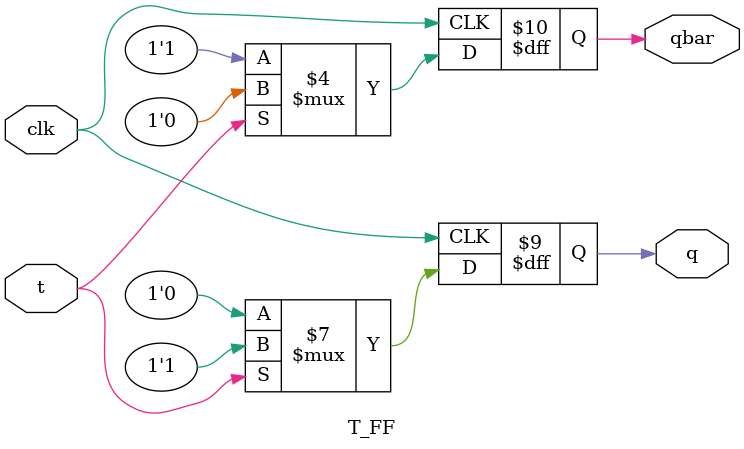
<source format=v>
`timescale 1ns / 1ps
module T_FF(t,clk,q,qbar);
input t,clk;
output reg q, qbar;

always@(posedge clk)
begin 
	if(t==0)
	begin
	q=0;
	qbar=1;
	end
	else
	begin
	q=1;
	qbar=0;
	end
end

endmodule

</source>
